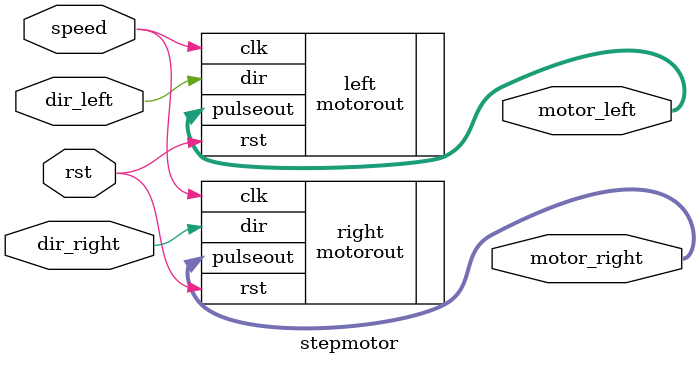
<source format=v>
`timescale 1ns / 1ps


module stepmotor(
	input speed,
	input rst,
	input dir_left,
	input dir_right,
	output [3:0] motor_left,
	output [3:0] motor_right
    );
	
	motorout left(
		.clk(speed),
		.rst(rst),
		.dir(dir_left),
		.pulseout(motor_left)
		);
	motorout right(
		.clk(speed),
		.rst(rst),
		.dir(dir_right),
		.pulseout(motor_right)
		);
endmodule

</source>
